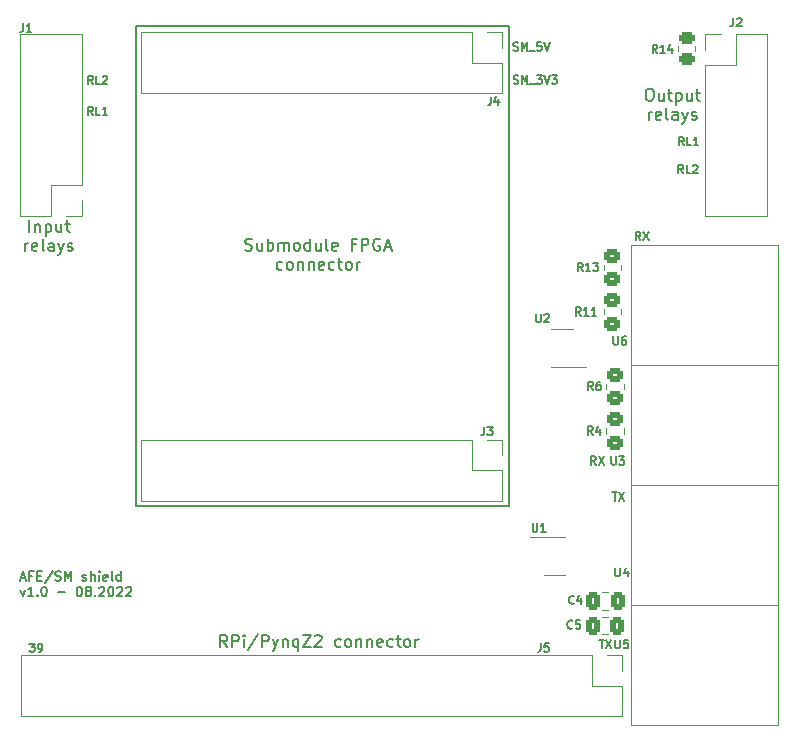
<source format=gto>
G04 #@! TF.GenerationSoftware,KiCad,Pcbnew,(6.0.6)*
G04 #@! TF.CreationDate,2022-08-29T09:38:23+02:00*
G04 #@! TF.ProjectId,afe-ep-shield,6166652d-6570-42d7-9368-69656c642e6b,rev?*
G04 #@! TF.SameCoordinates,Original*
G04 #@! TF.FileFunction,Legend,Top*
G04 #@! TF.FilePolarity,Positive*
%FSLAX46Y46*%
G04 Gerber Fmt 4.6, Leading zero omitted, Abs format (unit mm)*
G04 Created by KiCad (PCBNEW (6.0.6)) date 2022-08-29 09:38:23*
%MOMM*%
%LPD*%
G01*
G04 APERTURE LIST*
G04 Aperture macros list*
%AMRoundRect*
0 Rectangle with rounded corners*
0 $1 Rounding radius*
0 $2 $3 $4 $5 $6 $7 $8 $9 X,Y pos of 4 corners*
0 Add a 4 corners polygon primitive as box body*
4,1,4,$2,$3,$4,$5,$6,$7,$8,$9,$2,$3,0*
0 Add four circle primitives for the rounded corners*
1,1,$1+$1,$2,$3*
1,1,$1+$1,$4,$5*
1,1,$1+$1,$6,$7*
1,1,$1+$1,$8,$9*
0 Add four rect primitives between the rounded corners*
20,1,$1+$1,$2,$3,$4,$5,0*
20,1,$1+$1,$4,$5,$6,$7,0*
20,1,$1+$1,$6,$7,$8,$9,0*
20,1,$1+$1,$8,$9,$2,$3,0*%
G04 Aperture macros list end*
%ADD10C,0.150000*%
%ADD11C,0.120000*%
%ADD12RoundRect,0.250000X-0.450000X0.350000X-0.450000X-0.350000X0.450000X-0.350000X0.450000X0.350000X0*%
%ADD13C,1.515000*%
%ADD14R,1.560000X0.650000*%
%ADD15R,1.700000X1.700000*%
%ADD16O,1.700000X1.700000*%
%ADD17RoundRect,0.250000X-0.337500X-0.475000X0.337500X-0.475000X0.337500X0.475000X-0.337500X0.475000X0*%
%ADD18RoundRect,0.250000X0.450000X-0.262500X0.450000X0.262500X-0.450000X0.262500X-0.450000X-0.262500X0*%
G04 APERTURE END LIST*
D10*
X66884600Y-24345066D02*
X66651266Y-24011733D01*
X66484600Y-24345066D02*
X66484600Y-23645066D01*
X66751266Y-23645066D01*
X66817933Y-23678400D01*
X66851266Y-23711733D01*
X66884600Y-23778400D01*
X66884600Y-23878400D01*
X66851266Y-23945066D01*
X66817933Y-23978400D01*
X66751266Y-24011733D01*
X66484600Y-24011733D01*
X67517933Y-24345066D02*
X67184600Y-24345066D01*
X67184600Y-23645066D01*
X67717933Y-23711733D02*
X67751266Y-23678400D01*
X67817933Y-23645066D01*
X67984600Y-23645066D01*
X68051266Y-23678400D01*
X68084600Y-23711733D01*
X68117933Y-23778400D01*
X68117933Y-23845066D01*
X68084600Y-23945066D01*
X67684600Y-24345066D01*
X68117933Y-24345066D01*
X66884600Y-26961266D02*
X66651266Y-26627933D01*
X66484600Y-26961266D02*
X66484600Y-26261266D01*
X66751266Y-26261266D01*
X66817933Y-26294600D01*
X66851266Y-26327933D01*
X66884600Y-26394600D01*
X66884600Y-26494600D01*
X66851266Y-26561266D01*
X66817933Y-26594600D01*
X66751266Y-26627933D01*
X66484600Y-26627933D01*
X67517933Y-26961266D02*
X67184600Y-26961266D01*
X67184600Y-26261266D01*
X68117933Y-26961266D02*
X67717933Y-26961266D01*
X67917933Y-26961266D02*
X67917933Y-26261266D01*
X67851266Y-26361266D01*
X67784600Y-26427933D01*
X67717933Y-26461266D01*
X116846400Y-31888866D02*
X116613066Y-31555533D01*
X116446400Y-31888866D02*
X116446400Y-31188866D01*
X116713066Y-31188866D01*
X116779733Y-31222200D01*
X116813066Y-31255533D01*
X116846400Y-31322200D01*
X116846400Y-31422200D01*
X116813066Y-31488866D01*
X116779733Y-31522200D01*
X116713066Y-31555533D01*
X116446400Y-31555533D01*
X117479733Y-31888866D02*
X117146400Y-31888866D01*
X117146400Y-31188866D01*
X117679733Y-31255533D02*
X117713066Y-31222200D01*
X117779733Y-31188866D01*
X117946400Y-31188866D01*
X118013066Y-31222200D01*
X118046400Y-31255533D01*
X118079733Y-31322200D01*
X118079733Y-31388866D01*
X118046400Y-31488866D01*
X117646400Y-31888866D01*
X118079733Y-31888866D01*
X116922600Y-29526666D02*
X116689266Y-29193333D01*
X116522600Y-29526666D02*
X116522600Y-28826666D01*
X116789266Y-28826666D01*
X116855933Y-28860000D01*
X116889266Y-28893333D01*
X116922600Y-28960000D01*
X116922600Y-29060000D01*
X116889266Y-29126666D01*
X116855933Y-29160000D01*
X116789266Y-29193333D01*
X116522600Y-29193333D01*
X117555933Y-29526666D02*
X117222600Y-29526666D01*
X117222600Y-28826666D01*
X118155933Y-29526666D02*
X117755933Y-29526666D01*
X117955933Y-29526666D02*
X117955933Y-28826666D01*
X117889266Y-28926666D01*
X117822600Y-28993333D01*
X117755933Y-29026666D01*
X70535800Y-19422200D02*
X102082600Y-19422200D01*
X102082600Y-19422200D02*
X102082600Y-60087600D01*
X102082600Y-60087600D02*
X70535800Y-60087600D01*
X70535800Y-60087600D02*
X70535800Y-19422200D01*
X61510933Y-71701866D02*
X61944266Y-71701866D01*
X61710933Y-71968533D01*
X61810933Y-71968533D01*
X61877600Y-72001866D01*
X61910933Y-72035200D01*
X61944266Y-72101866D01*
X61944266Y-72268533D01*
X61910933Y-72335200D01*
X61877600Y-72368533D01*
X61810933Y-72401866D01*
X61610933Y-72401866D01*
X61544266Y-72368533D01*
X61510933Y-72335200D01*
X62277600Y-72401866D02*
X62410933Y-72401866D01*
X62477600Y-72368533D01*
X62510933Y-72335200D01*
X62577600Y-72235200D01*
X62610933Y-72101866D01*
X62610933Y-71835200D01*
X62577600Y-71768533D01*
X62544266Y-71735200D01*
X62477600Y-71701866D01*
X62344266Y-71701866D01*
X62277600Y-71735200D01*
X62244266Y-71768533D01*
X62210933Y-71835200D01*
X62210933Y-72001866D01*
X62244266Y-72068533D01*
X62277600Y-72101866D01*
X62344266Y-72135200D01*
X62477600Y-72135200D01*
X62544266Y-72101866D01*
X62577600Y-72068533D01*
X62610933Y-72001866D01*
X110845666Y-58900266D02*
X111245666Y-58900266D01*
X111045666Y-59600266D02*
X111045666Y-58900266D01*
X111412333Y-58900266D02*
X111879000Y-59600266D01*
X111879000Y-58900266D02*
X111412333Y-59600266D01*
X102487600Y-21466933D02*
X102587600Y-21500266D01*
X102754266Y-21500266D01*
X102820933Y-21466933D01*
X102854266Y-21433600D01*
X102887600Y-21366933D01*
X102887600Y-21300266D01*
X102854266Y-21233600D01*
X102820933Y-21200266D01*
X102754266Y-21166933D01*
X102620933Y-21133600D01*
X102554266Y-21100266D01*
X102520933Y-21066933D01*
X102487600Y-21000266D01*
X102487600Y-20933600D01*
X102520933Y-20866933D01*
X102554266Y-20833600D01*
X102620933Y-20800266D01*
X102787600Y-20800266D01*
X102887600Y-20833600D01*
X103187600Y-21500266D02*
X103187600Y-20800266D01*
X103420933Y-21300266D01*
X103654266Y-20800266D01*
X103654266Y-21500266D01*
X103820933Y-21566933D02*
X104354266Y-21566933D01*
X104854266Y-20800266D02*
X104520933Y-20800266D01*
X104487600Y-21133600D01*
X104520933Y-21100266D01*
X104587600Y-21066933D01*
X104754266Y-21066933D01*
X104820933Y-21100266D01*
X104854266Y-21133600D01*
X104887600Y-21200266D01*
X104887600Y-21366933D01*
X104854266Y-21433600D01*
X104820933Y-21466933D01*
X104754266Y-21500266D01*
X104587600Y-21500266D01*
X104520933Y-21466933D01*
X104487600Y-21433600D01*
X105087600Y-20800266D02*
X105320933Y-21500266D01*
X105554266Y-20800266D01*
X109753466Y-71397066D02*
X110153466Y-71397066D01*
X109953466Y-72097066D02*
X109953466Y-71397066D01*
X110320133Y-71397066D02*
X110786800Y-72097066D01*
X110786800Y-71397066D02*
X110320133Y-72097066D01*
X79785342Y-38385561D02*
X79928200Y-38433180D01*
X80166295Y-38433180D01*
X80261533Y-38385561D01*
X80309152Y-38337942D01*
X80356771Y-38242704D01*
X80356771Y-38147466D01*
X80309152Y-38052228D01*
X80261533Y-38004609D01*
X80166295Y-37956990D01*
X79975819Y-37909371D01*
X79880580Y-37861752D01*
X79832961Y-37814133D01*
X79785342Y-37718895D01*
X79785342Y-37623657D01*
X79832961Y-37528419D01*
X79880580Y-37480800D01*
X79975819Y-37433180D01*
X80213914Y-37433180D01*
X80356771Y-37480800D01*
X81213914Y-37766514D02*
X81213914Y-38433180D01*
X80785342Y-37766514D02*
X80785342Y-38290323D01*
X80832961Y-38385561D01*
X80928200Y-38433180D01*
X81071057Y-38433180D01*
X81166295Y-38385561D01*
X81213914Y-38337942D01*
X81690104Y-38433180D02*
X81690104Y-37433180D01*
X81690104Y-37814133D02*
X81785342Y-37766514D01*
X81975819Y-37766514D01*
X82071057Y-37814133D01*
X82118676Y-37861752D01*
X82166295Y-37956990D01*
X82166295Y-38242704D01*
X82118676Y-38337942D01*
X82071057Y-38385561D01*
X81975819Y-38433180D01*
X81785342Y-38433180D01*
X81690104Y-38385561D01*
X82594866Y-38433180D02*
X82594866Y-37766514D01*
X82594866Y-37861752D02*
X82642485Y-37814133D01*
X82737723Y-37766514D01*
X82880580Y-37766514D01*
X82975819Y-37814133D01*
X83023438Y-37909371D01*
X83023438Y-38433180D01*
X83023438Y-37909371D02*
X83071057Y-37814133D01*
X83166295Y-37766514D01*
X83309152Y-37766514D01*
X83404390Y-37814133D01*
X83452009Y-37909371D01*
X83452009Y-38433180D01*
X84071057Y-38433180D02*
X83975819Y-38385561D01*
X83928200Y-38337942D01*
X83880580Y-38242704D01*
X83880580Y-37956990D01*
X83928200Y-37861752D01*
X83975819Y-37814133D01*
X84071057Y-37766514D01*
X84213914Y-37766514D01*
X84309152Y-37814133D01*
X84356771Y-37861752D01*
X84404390Y-37956990D01*
X84404390Y-38242704D01*
X84356771Y-38337942D01*
X84309152Y-38385561D01*
X84213914Y-38433180D01*
X84071057Y-38433180D01*
X85261533Y-38433180D02*
X85261533Y-37433180D01*
X85261533Y-38385561D02*
X85166295Y-38433180D01*
X84975819Y-38433180D01*
X84880580Y-38385561D01*
X84832961Y-38337942D01*
X84785342Y-38242704D01*
X84785342Y-37956990D01*
X84832961Y-37861752D01*
X84880580Y-37814133D01*
X84975819Y-37766514D01*
X85166295Y-37766514D01*
X85261533Y-37814133D01*
X86166295Y-37766514D02*
X86166295Y-38433180D01*
X85737723Y-37766514D02*
X85737723Y-38290323D01*
X85785342Y-38385561D01*
X85880580Y-38433180D01*
X86023438Y-38433180D01*
X86118676Y-38385561D01*
X86166295Y-38337942D01*
X86785342Y-38433180D02*
X86690104Y-38385561D01*
X86642485Y-38290323D01*
X86642485Y-37433180D01*
X87547247Y-38385561D02*
X87452009Y-38433180D01*
X87261533Y-38433180D01*
X87166295Y-38385561D01*
X87118676Y-38290323D01*
X87118676Y-37909371D01*
X87166295Y-37814133D01*
X87261533Y-37766514D01*
X87452009Y-37766514D01*
X87547247Y-37814133D01*
X87594866Y-37909371D01*
X87594866Y-38004609D01*
X87118676Y-38099847D01*
X89118676Y-37909371D02*
X88785342Y-37909371D01*
X88785342Y-38433180D02*
X88785342Y-37433180D01*
X89261533Y-37433180D01*
X89642485Y-38433180D02*
X89642485Y-37433180D01*
X90023438Y-37433180D01*
X90118676Y-37480800D01*
X90166295Y-37528419D01*
X90213914Y-37623657D01*
X90213914Y-37766514D01*
X90166295Y-37861752D01*
X90118676Y-37909371D01*
X90023438Y-37956990D01*
X89642485Y-37956990D01*
X91166295Y-37480800D02*
X91071057Y-37433180D01*
X90928200Y-37433180D01*
X90785342Y-37480800D01*
X90690104Y-37576038D01*
X90642485Y-37671276D01*
X90594866Y-37861752D01*
X90594866Y-38004609D01*
X90642485Y-38195085D01*
X90690104Y-38290323D01*
X90785342Y-38385561D01*
X90928200Y-38433180D01*
X91023438Y-38433180D01*
X91166295Y-38385561D01*
X91213914Y-38337942D01*
X91213914Y-38004609D01*
X91023438Y-38004609D01*
X91594866Y-38147466D02*
X92071057Y-38147466D01*
X91499628Y-38433180D02*
X91832961Y-37433180D01*
X92166295Y-38433180D01*
X82904390Y-39995561D02*
X82809152Y-40043180D01*
X82618676Y-40043180D01*
X82523438Y-39995561D01*
X82475819Y-39947942D01*
X82428200Y-39852704D01*
X82428200Y-39566990D01*
X82475819Y-39471752D01*
X82523438Y-39424133D01*
X82618676Y-39376514D01*
X82809152Y-39376514D01*
X82904390Y-39424133D01*
X83475819Y-40043180D02*
X83380580Y-39995561D01*
X83332961Y-39947942D01*
X83285342Y-39852704D01*
X83285342Y-39566990D01*
X83332961Y-39471752D01*
X83380580Y-39424133D01*
X83475819Y-39376514D01*
X83618676Y-39376514D01*
X83713914Y-39424133D01*
X83761533Y-39471752D01*
X83809152Y-39566990D01*
X83809152Y-39852704D01*
X83761533Y-39947942D01*
X83713914Y-39995561D01*
X83618676Y-40043180D01*
X83475819Y-40043180D01*
X84237723Y-39376514D02*
X84237723Y-40043180D01*
X84237723Y-39471752D02*
X84285342Y-39424133D01*
X84380580Y-39376514D01*
X84523438Y-39376514D01*
X84618676Y-39424133D01*
X84666295Y-39519371D01*
X84666295Y-40043180D01*
X85142485Y-39376514D02*
X85142485Y-40043180D01*
X85142485Y-39471752D02*
X85190104Y-39424133D01*
X85285342Y-39376514D01*
X85428200Y-39376514D01*
X85523438Y-39424133D01*
X85571057Y-39519371D01*
X85571057Y-40043180D01*
X86428200Y-39995561D02*
X86332961Y-40043180D01*
X86142485Y-40043180D01*
X86047247Y-39995561D01*
X85999628Y-39900323D01*
X85999628Y-39519371D01*
X86047247Y-39424133D01*
X86142485Y-39376514D01*
X86332961Y-39376514D01*
X86428200Y-39424133D01*
X86475819Y-39519371D01*
X86475819Y-39614609D01*
X85999628Y-39709847D01*
X87332961Y-39995561D02*
X87237723Y-40043180D01*
X87047247Y-40043180D01*
X86952009Y-39995561D01*
X86904390Y-39947942D01*
X86856771Y-39852704D01*
X86856771Y-39566990D01*
X86904390Y-39471752D01*
X86952009Y-39424133D01*
X87047247Y-39376514D01*
X87237723Y-39376514D01*
X87332961Y-39424133D01*
X87618676Y-39376514D02*
X87999628Y-39376514D01*
X87761533Y-39043180D02*
X87761533Y-39900323D01*
X87809152Y-39995561D01*
X87904390Y-40043180D01*
X87999628Y-40043180D01*
X88475819Y-40043180D02*
X88380580Y-39995561D01*
X88332961Y-39947942D01*
X88285342Y-39852704D01*
X88285342Y-39566990D01*
X88332961Y-39471752D01*
X88380580Y-39424133D01*
X88475819Y-39376514D01*
X88618676Y-39376514D01*
X88713914Y-39424133D01*
X88761533Y-39471752D01*
X88809152Y-39566990D01*
X88809152Y-39852704D01*
X88761533Y-39947942D01*
X88713914Y-39995561D01*
X88618676Y-40043180D01*
X88475819Y-40043180D01*
X89237723Y-40043180D02*
X89237723Y-39376514D01*
X89237723Y-39566990D02*
X89285342Y-39471752D01*
X89332961Y-39424133D01*
X89428200Y-39376514D01*
X89523438Y-39376514D01*
X61501542Y-36858380D02*
X61501542Y-35858380D01*
X61977733Y-36191714D02*
X61977733Y-36858380D01*
X61977733Y-36286952D02*
X62025352Y-36239333D01*
X62120590Y-36191714D01*
X62263447Y-36191714D01*
X62358685Y-36239333D01*
X62406304Y-36334571D01*
X62406304Y-36858380D01*
X62882495Y-36191714D02*
X62882495Y-37191714D01*
X62882495Y-36239333D02*
X62977733Y-36191714D01*
X63168209Y-36191714D01*
X63263447Y-36239333D01*
X63311066Y-36286952D01*
X63358685Y-36382190D01*
X63358685Y-36667904D01*
X63311066Y-36763142D01*
X63263447Y-36810761D01*
X63168209Y-36858380D01*
X62977733Y-36858380D01*
X62882495Y-36810761D01*
X64215828Y-36191714D02*
X64215828Y-36858380D01*
X63787257Y-36191714D02*
X63787257Y-36715523D01*
X63834876Y-36810761D01*
X63930114Y-36858380D01*
X64072971Y-36858380D01*
X64168209Y-36810761D01*
X64215828Y-36763142D01*
X64549161Y-36191714D02*
X64930114Y-36191714D01*
X64692019Y-35858380D02*
X64692019Y-36715523D01*
X64739638Y-36810761D01*
X64834876Y-36858380D01*
X64930114Y-36858380D01*
X61144400Y-38468380D02*
X61144400Y-37801714D01*
X61144400Y-37992190D02*
X61192019Y-37896952D01*
X61239638Y-37849333D01*
X61334876Y-37801714D01*
X61430114Y-37801714D01*
X62144400Y-38420761D02*
X62049161Y-38468380D01*
X61858685Y-38468380D01*
X61763447Y-38420761D01*
X61715828Y-38325523D01*
X61715828Y-37944571D01*
X61763447Y-37849333D01*
X61858685Y-37801714D01*
X62049161Y-37801714D01*
X62144400Y-37849333D01*
X62192019Y-37944571D01*
X62192019Y-38039809D01*
X61715828Y-38135047D01*
X62763447Y-38468380D02*
X62668209Y-38420761D01*
X62620590Y-38325523D01*
X62620590Y-37468380D01*
X63572971Y-38468380D02*
X63572971Y-37944571D01*
X63525352Y-37849333D01*
X63430114Y-37801714D01*
X63239638Y-37801714D01*
X63144400Y-37849333D01*
X63572971Y-38420761D02*
X63477733Y-38468380D01*
X63239638Y-38468380D01*
X63144400Y-38420761D01*
X63096780Y-38325523D01*
X63096780Y-38230285D01*
X63144400Y-38135047D01*
X63239638Y-38087428D01*
X63477733Y-38087428D01*
X63572971Y-38039809D01*
X63953923Y-37801714D02*
X64192019Y-38468380D01*
X64430114Y-37801714D02*
X64192019Y-38468380D01*
X64096780Y-38706476D01*
X64049161Y-38754095D01*
X63953923Y-38801714D01*
X64763447Y-38420761D02*
X64858685Y-38468380D01*
X65049161Y-38468380D01*
X65144400Y-38420761D01*
X65192019Y-38325523D01*
X65192019Y-38277904D01*
X65144400Y-38182666D01*
X65049161Y-38135047D01*
X64906304Y-38135047D01*
X64811066Y-38087428D01*
X64763447Y-37992190D01*
X64763447Y-37944571D01*
X64811066Y-37849333D01*
X64906304Y-37801714D01*
X65049161Y-37801714D01*
X65144400Y-37849333D01*
X113243533Y-37527666D02*
X113010200Y-37194333D01*
X112843533Y-37527666D02*
X112843533Y-36827666D01*
X113110200Y-36827666D01*
X113176866Y-36861000D01*
X113210200Y-36894333D01*
X113243533Y-36961000D01*
X113243533Y-37061000D01*
X113210200Y-37127666D01*
X113176866Y-37161000D01*
X113110200Y-37194333D01*
X112843533Y-37194333D01*
X113476866Y-36827666D02*
X113943533Y-37527666D01*
X113943533Y-36827666D02*
X113476866Y-37527666D01*
X60778080Y-66164333D02*
X61159033Y-66164333D01*
X60701890Y-66392904D02*
X60968557Y-65592904D01*
X61235223Y-66392904D01*
X61768557Y-65973857D02*
X61501890Y-65973857D01*
X61501890Y-66392904D02*
X61501890Y-65592904D01*
X61882842Y-65592904D01*
X62187604Y-65973857D02*
X62454271Y-65973857D01*
X62568557Y-66392904D02*
X62187604Y-66392904D01*
X62187604Y-65592904D01*
X62568557Y-65592904D01*
X63482842Y-65554809D02*
X62797128Y-66583380D01*
X63711414Y-66354809D02*
X63825700Y-66392904D01*
X64016176Y-66392904D01*
X64092366Y-66354809D01*
X64130461Y-66316714D01*
X64168557Y-66240523D01*
X64168557Y-66164333D01*
X64130461Y-66088142D01*
X64092366Y-66050047D01*
X64016176Y-66011952D01*
X63863795Y-65973857D01*
X63787604Y-65935761D01*
X63749509Y-65897666D01*
X63711414Y-65821476D01*
X63711414Y-65745285D01*
X63749509Y-65669095D01*
X63787604Y-65631000D01*
X63863795Y-65592904D01*
X64054271Y-65592904D01*
X64168557Y-65631000D01*
X64511414Y-66392904D02*
X64511414Y-65592904D01*
X64778080Y-66164333D01*
X65044747Y-65592904D01*
X65044747Y-66392904D01*
X65997128Y-66354809D02*
X66073319Y-66392904D01*
X66225700Y-66392904D01*
X66301890Y-66354809D01*
X66339985Y-66278619D01*
X66339985Y-66240523D01*
X66301890Y-66164333D01*
X66225700Y-66126238D01*
X66111414Y-66126238D01*
X66035223Y-66088142D01*
X65997128Y-66011952D01*
X65997128Y-65973857D01*
X66035223Y-65897666D01*
X66111414Y-65859571D01*
X66225700Y-65859571D01*
X66301890Y-65897666D01*
X66682842Y-66392904D02*
X66682842Y-65592904D01*
X67025700Y-66392904D02*
X67025700Y-65973857D01*
X66987604Y-65897666D01*
X66911414Y-65859571D01*
X66797128Y-65859571D01*
X66720938Y-65897666D01*
X66682842Y-65935761D01*
X67406652Y-66392904D02*
X67406652Y-65859571D01*
X67406652Y-65592904D02*
X67368557Y-65631000D01*
X67406652Y-65669095D01*
X67444747Y-65631000D01*
X67406652Y-65592904D01*
X67406652Y-65669095D01*
X68092366Y-66354809D02*
X68016176Y-66392904D01*
X67863795Y-66392904D01*
X67787604Y-66354809D01*
X67749509Y-66278619D01*
X67749509Y-65973857D01*
X67787604Y-65897666D01*
X67863795Y-65859571D01*
X68016176Y-65859571D01*
X68092366Y-65897666D01*
X68130461Y-65973857D01*
X68130461Y-66050047D01*
X67749509Y-66126238D01*
X68587604Y-66392904D02*
X68511414Y-66354809D01*
X68473319Y-66278619D01*
X68473319Y-65592904D01*
X69235223Y-66392904D02*
X69235223Y-65592904D01*
X69235223Y-66354809D02*
X69159033Y-66392904D01*
X69006652Y-66392904D01*
X68930461Y-66354809D01*
X68892366Y-66316714D01*
X68854271Y-66240523D01*
X68854271Y-66011952D01*
X68892366Y-65935761D01*
X68930461Y-65897666D01*
X69006652Y-65859571D01*
X69159033Y-65859571D01*
X69235223Y-65897666D01*
X60739985Y-67147571D02*
X60930461Y-67680904D01*
X61120938Y-67147571D01*
X61844747Y-67680904D02*
X61387604Y-67680904D01*
X61616176Y-67680904D02*
X61616176Y-66880904D01*
X61539985Y-66995190D01*
X61463795Y-67071380D01*
X61387604Y-67109476D01*
X62187604Y-67604714D02*
X62225700Y-67642809D01*
X62187604Y-67680904D01*
X62149509Y-67642809D01*
X62187604Y-67604714D01*
X62187604Y-67680904D01*
X62720938Y-66880904D02*
X62797128Y-66880904D01*
X62873319Y-66919000D01*
X62911414Y-66957095D01*
X62949509Y-67033285D01*
X62987604Y-67185666D01*
X62987604Y-67376142D01*
X62949509Y-67528523D01*
X62911414Y-67604714D01*
X62873319Y-67642809D01*
X62797128Y-67680904D01*
X62720938Y-67680904D01*
X62644747Y-67642809D01*
X62606652Y-67604714D01*
X62568557Y-67528523D01*
X62530461Y-67376142D01*
X62530461Y-67185666D01*
X62568557Y-67033285D01*
X62606652Y-66957095D01*
X62644747Y-66919000D01*
X62720938Y-66880904D01*
X63939985Y-67376142D02*
X64549509Y-67376142D01*
X65692366Y-66880904D02*
X65768557Y-66880904D01*
X65844747Y-66919000D01*
X65882842Y-66957095D01*
X65920938Y-67033285D01*
X65959033Y-67185666D01*
X65959033Y-67376142D01*
X65920938Y-67528523D01*
X65882842Y-67604714D01*
X65844747Y-67642809D01*
X65768557Y-67680904D01*
X65692366Y-67680904D01*
X65616176Y-67642809D01*
X65578080Y-67604714D01*
X65539985Y-67528523D01*
X65501890Y-67376142D01*
X65501890Y-67185666D01*
X65539985Y-67033285D01*
X65578080Y-66957095D01*
X65616176Y-66919000D01*
X65692366Y-66880904D01*
X66416176Y-67223761D02*
X66339985Y-67185666D01*
X66301890Y-67147571D01*
X66263795Y-67071380D01*
X66263795Y-67033285D01*
X66301890Y-66957095D01*
X66339985Y-66919000D01*
X66416176Y-66880904D01*
X66568557Y-66880904D01*
X66644747Y-66919000D01*
X66682842Y-66957095D01*
X66720938Y-67033285D01*
X66720938Y-67071380D01*
X66682842Y-67147571D01*
X66644747Y-67185666D01*
X66568557Y-67223761D01*
X66416176Y-67223761D01*
X66339985Y-67261857D01*
X66301890Y-67299952D01*
X66263795Y-67376142D01*
X66263795Y-67528523D01*
X66301890Y-67604714D01*
X66339985Y-67642809D01*
X66416176Y-67680904D01*
X66568557Y-67680904D01*
X66644747Y-67642809D01*
X66682842Y-67604714D01*
X66720938Y-67528523D01*
X66720938Y-67376142D01*
X66682842Y-67299952D01*
X66644747Y-67261857D01*
X66568557Y-67223761D01*
X67063795Y-67604714D02*
X67101890Y-67642809D01*
X67063795Y-67680904D01*
X67025700Y-67642809D01*
X67063795Y-67604714D01*
X67063795Y-67680904D01*
X67406652Y-66957095D02*
X67444747Y-66919000D01*
X67520938Y-66880904D01*
X67711414Y-66880904D01*
X67787604Y-66919000D01*
X67825700Y-66957095D01*
X67863795Y-67033285D01*
X67863795Y-67109476D01*
X67825700Y-67223761D01*
X67368557Y-67680904D01*
X67863795Y-67680904D01*
X68359033Y-66880904D02*
X68435223Y-66880904D01*
X68511414Y-66919000D01*
X68549509Y-66957095D01*
X68587604Y-67033285D01*
X68625700Y-67185666D01*
X68625700Y-67376142D01*
X68587604Y-67528523D01*
X68549509Y-67604714D01*
X68511414Y-67642809D01*
X68435223Y-67680904D01*
X68359033Y-67680904D01*
X68282842Y-67642809D01*
X68244747Y-67604714D01*
X68206652Y-67528523D01*
X68168557Y-67376142D01*
X68168557Y-67185666D01*
X68206652Y-67033285D01*
X68244747Y-66957095D01*
X68282842Y-66919000D01*
X68359033Y-66880904D01*
X68930461Y-66957095D02*
X68968557Y-66919000D01*
X69044747Y-66880904D01*
X69235223Y-66880904D01*
X69311414Y-66919000D01*
X69349509Y-66957095D01*
X69387604Y-67033285D01*
X69387604Y-67109476D01*
X69349509Y-67223761D01*
X68892366Y-67680904D01*
X69387604Y-67680904D01*
X69692366Y-66957095D02*
X69730461Y-66919000D01*
X69806652Y-66880904D01*
X69997128Y-66880904D01*
X70073319Y-66919000D01*
X70111414Y-66957095D01*
X70149509Y-67033285D01*
X70149509Y-67109476D01*
X70111414Y-67223761D01*
X69654271Y-67680904D01*
X70149509Y-67680904D01*
X113927190Y-24733180D02*
X114117666Y-24733180D01*
X114212904Y-24780800D01*
X114308142Y-24876038D01*
X114355761Y-25066514D01*
X114355761Y-25399847D01*
X114308142Y-25590323D01*
X114212904Y-25685561D01*
X114117666Y-25733180D01*
X113927190Y-25733180D01*
X113831952Y-25685561D01*
X113736714Y-25590323D01*
X113689095Y-25399847D01*
X113689095Y-25066514D01*
X113736714Y-24876038D01*
X113831952Y-24780800D01*
X113927190Y-24733180D01*
X115212904Y-25066514D02*
X115212904Y-25733180D01*
X114784333Y-25066514D02*
X114784333Y-25590323D01*
X114831952Y-25685561D01*
X114927190Y-25733180D01*
X115070047Y-25733180D01*
X115165285Y-25685561D01*
X115212904Y-25637942D01*
X115546238Y-25066514D02*
X115927190Y-25066514D01*
X115689095Y-24733180D02*
X115689095Y-25590323D01*
X115736714Y-25685561D01*
X115831952Y-25733180D01*
X115927190Y-25733180D01*
X116260523Y-25066514D02*
X116260523Y-26066514D01*
X116260523Y-25114133D02*
X116355761Y-25066514D01*
X116546238Y-25066514D01*
X116641476Y-25114133D01*
X116689095Y-25161752D01*
X116736714Y-25256990D01*
X116736714Y-25542704D01*
X116689095Y-25637942D01*
X116641476Y-25685561D01*
X116546238Y-25733180D01*
X116355761Y-25733180D01*
X116260523Y-25685561D01*
X117593857Y-25066514D02*
X117593857Y-25733180D01*
X117165285Y-25066514D02*
X117165285Y-25590323D01*
X117212904Y-25685561D01*
X117308142Y-25733180D01*
X117451000Y-25733180D01*
X117546238Y-25685561D01*
X117593857Y-25637942D01*
X117927190Y-25066514D02*
X118308142Y-25066514D01*
X118070047Y-24733180D02*
X118070047Y-25590323D01*
X118117666Y-25685561D01*
X118212904Y-25733180D01*
X118308142Y-25733180D01*
X113951000Y-27343180D02*
X113951000Y-26676514D01*
X113951000Y-26866990D02*
X113998619Y-26771752D01*
X114046238Y-26724133D01*
X114141476Y-26676514D01*
X114236714Y-26676514D01*
X114951000Y-27295561D02*
X114855761Y-27343180D01*
X114665285Y-27343180D01*
X114570047Y-27295561D01*
X114522428Y-27200323D01*
X114522428Y-26819371D01*
X114570047Y-26724133D01*
X114665285Y-26676514D01*
X114855761Y-26676514D01*
X114951000Y-26724133D01*
X114998619Y-26819371D01*
X114998619Y-26914609D01*
X114522428Y-27009847D01*
X115570047Y-27343180D02*
X115474809Y-27295561D01*
X115427190Y-27200323D01*
X115427190Y-26343180D01*
X116379571Y-27343180D02*
X116379571Y-26819371D01*
X116331952Y-26724133D01*
X116236714Y-26676514D01*
X116046238Y-26676514D01*
X115951000Y-26724133D01*
X116379571Y-27295561D02*
X116284333Y-27343180D01*
X116046238Y-27343180D01*
X115951000Y-27295561D01*
X115903380Y-27200323D01*
X115903380Y-27105085D01*
X115951000Y-27009847D01*
X116046238Y-26962228D01*
X116284333Y-26962228D01*
X116379571Y-26914609D01*
X116760523Y-26676514D02*
X116998619Y-27343180D01*
X117236714Y-26676514D02*
X116998619Y-27343180D01*
X116903380Y-27581276D01*
X116855761Y-27628895D01*
X116760523Y-27676514D01*
X117570047Y-27295561D02*
X117665285Y-27343180D01*
X117855761Y-27343180D01*
X117951000Y-27295561D01*
X117998619Y-27200323D01*
X117998619Y-27152704D01*
X117951000Y-27057466D01*
X117855761Y-27009847D01*
X117712904Y-27009847D01*
X117617666Y-26962228D01*
X117570047Y-26866990D01*
X117570047Y-26819371D01*
X117617666Y-26724133D01*
X117712904Y-26676514D01*
X117855761Y-26676514D01*
X117951000Y-26724133D01*
X102509866Y-24260933D02*
X102609866Y-24294266D01*
X102776533Y-24294266D01*
X102843200Y-24260933D01*
X102876533Y-24227600D01*
X102909866Y-24160933D01*
X102909866Y-24094266D01*
X102876533Y-24027600D01*
X102843200Y-23994266D01*
X102776533Y-23960933D01*
X102643200Y-23927600D01*
X102576533Y-23894266D01*
X102543200Y-23860933D01*
X102509866Y-23794266D01*
X102509866Y-23727600D01*
X102543200Y-23660933D01*
X102576533Y-23627600D01*
X102643200Y-23594266D01*
X102809866Y-23594266D01*
X102909866Y-23627600D01*
X103209866Y-24294266D02*
X103209866Y-23594266D01*
X103443200Y-24094266D01*
X103676533Y-23594266D01*
X103676533Y-24294266D01*
X103843200Y-24360933D02*
X104376533Y-24360933D01*
X104476533Y-23594266D02*
X104909866Y-23594266D01*
X104676533Y-23860933D01*
X104776533Y-23860933D01*
X104843200Y-23894266D01*
X104876533Y-23927600D01*
X104909866Y-23994266D01*
X104909866Y-24160933D01*
X104876533Y-24227600D01*
X104843200Y-24260933D01*
X104776533Y-24294266D01*
X104576533Y-24294266D01*
X104509866Y-24260933D01*
X104476533Y-24227600D01*
X105109866Y-23594266D02*
X105343200Y-24294266D01*
X105576533Y-23594266D01*
X105743200Y-23594266D02*
X106176533Y-23594266D01*
X105943200Y-23860933D01*
X106043200Y-23860933D01*
X106109866Y-23894266D01*
X106143200Y-23927600D01*
X106176533Y-23994266D01*
X106176533Y-24160933D01*
X106143200Y-24227600D01*
X106109866Y-24260933D01*
X106043200Y-24294266D01*
X105843200Y-24294266D01*
X105776533Y-24260933D01*
X105743200Y-24227600D01*
X78242495Y-71978780D02*
X77909161Y-71502590D01*
X77671066Y-71978780D02*
X77671066Y-70978780D01*
X78052019Y-70978780D01*
X78147257Y-71026400D01*
X78194876Y-71074019D01*
X78242495Y-71169257D01*
X78242495Y-71312114D01*
X78194876Y-71407352D01*
X78147257Y-71454971D01*
X78052019Y-71502590D01*
X77671066Y-71502590D01*
X78671066Y-71978780D02*
X78671066Y-70978780D01*
X79052019Y-70978780D01*
X79147257Y-71026400D01*
X79194876Y-71074019D01*
X79242495Y-71169257D01*
X79242495Y-71312114D01*
X79194876Y-71407352D01*
X79147257Y-71454971D01*
X79052019Y-71502590D01*
X78671066Y-71502590D01*
X79671066Y-71978780D02*
X79671066Y-71312114D01*
X79671066Y-70978780D02*
X79623447Y-71026400D01*
X79671066Y-71074019D01*
X79718685Y-71026400D01*
X79671066Y-70978780D01*
X79671066Y-71074019D01*
X80861542Y-70931161D02*
X80004400Y-72216876D01*
X81194876Y-71978780D02*
X81194876Y-70978780D01*
X81575828Y-70978780D01*
X81671066Y-71026400D01*
X81718685Y-71074019D01*
X81766304Y-71169257D01*
X81766304Y-71312114D01*
X81718685Y-71407352D01*
X81671066Y-71454971D01*
X81575828Y-71502590D01*
X81194876Y-71502590D01*
X82099638Y-71312114D02*
X82337733Y-71978780D01*
X82575828Y-71312114D02*
X82337733Y-71978780D01*
X82242495Y-72216876D01*
X82194876Y-72264495D01*
X82099638Y-72312114D01*
X82956780Y-71312114D02*
X82956780Y-71978780D01*
X82956780Y-71407352D02*
X83004400Y-71359733D01*
X83099638Y-71312114D01*
X83242495Y-71312114D01*
X83337733Y-71359733D01*
X83385352Y-71454971D01*
X83385352Y-71978780D01*
X84290114Y-71312114D02*
X84290114Y-72312114D01*
X84290114Y-71931161D02*
X84194876Y-71978780D01*
X84004400Y-71978780D01*
X83909161Y-71931161D01*
X83861542Y-71883542D01*
X83813923Y-71788304D01*
X83813923Y-71502590D01*
X83861542Y-71407352D01*
X83909161Y-71359733D01*
X84004400Y-71312114D01*
X84194876Y-71312114D01*
X84290114Y-71359733D01*
X84671066Y-70978780D02*
X85337733Y-70978780D01*
X84671066Y-71978780D01*
X85337733Y-71978780D01*
X85671066Y-71074019D02*
X85718685Y-71026400D01*
X85813923Y-70978780D01*
X86052019Y-70978780D01*
X86147257Y-71026400D01*
X86194876Y-71074019D01*
X86242495Y-71169257D01*
X86242495Y-71264495D01*
X86194876Y-71407352D01*
X85623447Y-71978780D01*
X86242495Y-71978780D01*
X87861542Y-71931161D02*
X87766304Y-71978780D01*
X87575828Y-71978780D01*
X87480590Y-71931161D01*
X87432971Y-71883542D01*
X87385352Y-71788304D01*
X87385352Y-71502590D01*
X87432971Y-71407352D01*
X87480590Y-71359733D01*
X87575828Y-71312114D01*
X87766304Y-71312114D01*
X87861542Y-71359733D01*
X88432971Y-71978780D02*
X88337733Y-71931161D01*
X88290114Y-71883542D01*
X88242495Y-71788304D01*
X88242495Y-71502590D01*
X88290114Y-71407352D01*
X88337733Y-71359733D01*
X88432971Y-71312114D01*
X88575828Y-71312114D01*
X88671066Y-71359733D01*
X88718685Y-71407352D01*
X88766304Y-71502590D01*
X88766304Y-71788304D01*
X88718685Y-71883542D01*
X88671066Y-71931161D01*
X88575828Y-71978780D01*
X88432971Y-71978780D01*
X89194876Y-71312114D02*
X89194876Y-71978780D01*
X89194876Y-71407352D02*
X89242495Y-71359733D01*
X89337733Y-71312114D01*
X89480590Y-71312114D01*
X89575828Y-71359733D01*
X89623447Y-71454971D01*
X89623447Y-71978780D01*
X90099638Y-71312114D02*
X90099638Y-71978780D01*
X90099638Y-71407352D02*
X90147257Y-71359733D01*
X90242495Y-71312114D01*
X90385352Y-71312114D01*
X90480590Y-71359733D01*
X90528209Y-71454971D01*
X90528209Y-71978780D01*
X91385352Y-71931161D02*
X91290114Y-71978780D01*
X91099638Y-71978780D01*
X91004400Y-71931161D01*
X90956780Y-71835923D01*
X90956780Y-71454971D01*
X91004400Y-71359733D01*
X91099638Y-71312114D01*
X91290114Y-71312114D01*
X91385352Y-71359733D01*
X91432971Y-71454971D01*
X91432971Y-71550209D01*
X90956780Y-71645447D01*
X92290114Y-71931161D02*
X92194876Y-71978780D01*
X92004400Y-71978780D01*
X91909161Y-71931161D01*
X91861542Y-71883542D01*
X91813923Y-71788304D01*
X91813923Y-71502590D01*
X91861542Y-71407352D01*
X91909161Y-71359733D01*
X92004400Y-71312114D01*
X92194876Y-71312114D01*
X92290114Y-71359733D01*
X92575828Y-71312114D02*
X92956780Y-71312114D01*
X92718685Y-70978780D02*
X92718685Y-71835923D01*
X92766304Y-71931161D01*
X92861542Y-71978780D01*
X92956780Y-71978780D01*
X93432971Y-71978780D02*
X93337733Y-71931161D01*
X93290114Y-71883542D01*
X93242495Y-71788304D01*
X93242495Y-71502590D01*
X93290114Y-71407352D01*
X93337733Y-71359733D01*
X93432971Y-71312114D01*
X93575828Y-71312114D01*
X93671066Y-71359733D01*
X93718685Y-71407352D01*
X93766304Y-71502590D01*
X93766304Y-71788304D01*
X93718685Y-71883542D01*
X93671066Y-71931161D01*
X93575828Y-71978780D01*
X93432971Y-71978780D01*
X94194876Y-71978780D02*
X94194876Y-71312114D01*
X94194876Y-71502590D02*
X94242495Y-71407352D01*
X94290114Y-71359733D01*
X94385352Y-71312114D01*
X94480590Y-71312114D01*
X109458933Y-56552266D02*
X109225600Y-56218933D01*
X109058933Y-56552266D02*
X109058933Y-55852266D01*
X109325600Y-55852266D01*
X109392266Y-55885600D01*
X109425600Y-55918933D01*
X109458933Y-55985600D01*
X109458933Y-56085600D01*
X109425600Y-56152266D01*
X109392266Y-56185600D01*
X109325600Y-56218933D01*
X109058933Y-56218933D01*
X109692266Y-55852266D02*
X110158933Y-56552266D01*
X110158933Y-55852266D02*
X109692266Y-56552266D01*
X108338200Y-40169266D02*
X108104866Y-39835933D01*
X107938200Y-40169266D02*
X107938200Y-39469266D01*
X108204866Y-39469266D01*
X108271533Y-39502600D01*
X108304866Y-39535933D01*
X108338200Y-39602600D01*
X108338200Y-39702600D01*
X108304866Y-39769266D01*
X108271533Y-39802600D01*
X108204866Y-39835933D01*
X107938200Y-39835933D01*
X109004866Y-40169266D02*
X108604866Y-40169266D01*
X108804866Y-40169266D02*
X108804866Y-39469266D01*
X108738200Y-39569266D01*
X108671533Y-39635933D01*
X108604866Y-39669266D01*
X109238200Y-39469266D02*
X109671533Y-39469266D01*
X109438200Y-39735933D01*
X109538200Y-39735933D01*
X109604866Y-39769266D01*
X109638200Y-39802600D01*
X109671533Y-39869266D01*
X109671533Y-40035933D01*
X109638200Y-40102600D01*
X109604866Y-40135933D01*
X109538200Y-40169266D01*
X109338200Y-40169266D01*
X109271533Y-40135933D01*
X109238200Y-40102600D01*
X110947266Y-45692266D02*
X110947266Y-46258933D01*
X110980600Y-46325600D01*
X111013933Y-46358933D01*
X111080600Y-46392266D01*
X111213933Y-46392266D01*
X111280600Y-46358933D01*
X111313933Y-46325600D01*
X111347266Y-46258933D01*
X111347266Y-45692266D01*
X111980600Y-45692266D02*
X111847266Y-45692266D01*
X111780600Y-45725600D01*
X111747266Y-45758933D01*
X111680600Y-45858933D01*
X111647266Y-45992266D01*
X111647266Y-46258933D01*
X111680600Y-46325600D01*
X111713933Y-46358933D01*
X111780600Y-46392266D01*
X111913933Y-46392266D01*
X111980600Y-46358933D01*
X112013933Y-46325600D01*
X112047266Y-46258933D01*
X112047266Y-46092266D01*
X112013933Y-46025600D01*
X111980600Y-45992266D01*
X111913933Y-45958933D01*
X111780600Y-45958933D01*
X111713933Y-45992266D01*
X111680600Y-46025600D01*
X111647266Y-46092266D01*
X111125066Y-71397066D02*
X111125066Y-71963733D01*
X111158400Y-72030400D01*
X111191733Y-72063733D01*
X111258400Y-72097066D01*
X111391733Y-72097066D01*
X111458400Y-72063733D01*
X111491733Y-72030400D01*
X111525066Y-71963733D01*
X111525066Y-71397066D01*
X112191733Y-71397066D02*
X111858400Y-71397066D01*
X111825066Y-71730400D01*
X111858400Y-71697066D01*
X111925066Y-71663733D01*
X112091733Y-71663733D01*
X112158400Y-71697066D01*
X112191733Y-71730400D01*
X112225066Y-71797066D01*
X112225066Y-71963733D01*
X112191733Y-72030400D01*
X112158400Y-72063733D01*
X112091733Y-72097066D01*
X111925066Y-72097066D01*
X111858400Y-72063733D01*
X111825066Y-72030400D01*
X111125066Y-65301066D02*
X111125066Y-65867733D01*
X111158400Y-65934400D01*
X111191733Y-65967733D01*
X111258400Y-66001066D01*
X111391733Y-66001066D01*
X111458400Y-65967733D01*
X111491733Y-65934400D01*
X111525066Y-65867733D01*
X111525066Y-65301066D01*
X112158400Y-65534400D02*
X112158400Y-66001066D01*
X111991733Y-65267733D02*
X111825066Y-65767733D01*
X112258400Y-65767733D01*
X109204933Y-54012266D02*
X108971600Y-53678933D01*
X108804933Y-54012266D02*
X108804933Y-53312266D01*
X109071600Y-53312266D01*
X109138266Y-53345600D01*
X109171600Y-53378933D01*
X109204933Y-53445600D01*
X109204933Y-53545600D01*
X109171600Y-53612266D01*
X109138266Y-53645600D01*
X109071600Y-53678933D01*
X108804933Y-53678933D01*
X109804933Y-53545600D02*
X109804933Y-54012266D01*
X109638266Y-53278933D02*
X109471600Y-53778933D01*
X109904933Y-53778933D01*
X104114666Y-61516466D02*
X104114666Y-62083133D01*
X104148000Y-62149800D01*
X104181333Y-62183133D01*
X104248000Y-62216466D01*
X104381333Y-62216466D01*
X104448000Y-62183133D01*
X104481333Y-62149800D01*
X104514666Y-62083133D01*
X104514666Y-61516466D01*
X105214666Y-62216466D02*
X104814666Y-62216466D01*
X105014666Y-62216466D02*
X105014666Y-61516466D01*
X104948000Y-61616466D01*
X104881333Y-61683133D01*
X104814666Y-61716466D01*
X104394066Y-43787266D02*
X104394066Y-44353933D01*
X104427400Y-44420600D01*
X104460733Y-44453933D01*
X104527400Y-44487266D01*
X104660733Y-44487266D01*
X104727400Y-44453933D01*
X104760733Y-44420600D01*
X104794066Y-44353933D01*
X104794066Y-43787266D01*
X105094066Y-43853933D02*
X105127400Y-43820600D01*
X105194066Y-43787266D01*
X105360733Y-43787266D01*
X105427400Y-43820600D01*
X105460733Y-43853933D01*
X105494066Y-43920600D01*
X105494066Y-43987266D01*
X105460733Y-44087266D01*
X105060733Y-44487266D01*
X105494066Y-44487266D01*
X109230333Y-50253066D02*
X108997000Y-49919733D01*
X108830333Y-50253066D02*
X108830333Y-49553066D01*
X109097000Y-49553066D01*
X109163666Y-49586400D01*
X109197000Y-49619733D01*
X109230333Y-49686400D01*
X109230333Y-49786400D01*
X109197000Y-49853066D01*
X109163666Y-49886400D01*
X109097000Y-49919733D01*
X108830333Y-49919733D01*
X109830333Y-49553066D02*
X109697000Y-49553066D01*
X109630333Y-49586400D01*
X109597000Y-49619733D01*
X109530333Y-49719733D01*
X109497000Y-49853066D01*
X109497000Y-50119733D01*
X109530333Y-50186400D01*
X109563666Y-50219733D01*
X109630333Y-50253066D01*
X109763666Y-50253066D01*
X109830333Y-50219733D01*
X109863666Y-50186400D01*
X109897000Y-50119733D01*
X109897000Y-49953066D01*
X109863666Y-49886400D01*
X109830333Y-49853066D01*
X109763666Y-49819733D01*
X109630333Y-49819733D01*
X109563666Y-49853066D01*
X109530333Y-49886400D01*
X109497000Y-49953066D01*
X100020466Y-53337666D02*
X100020466Y-53837666D01*
X99987133Y-53937666D01*
X99920466Y-54004333D01*
X99820466Y-54037666D01*
X99753800Y-54037666D01*
X100287133Y-53337666D02*
X100720466Y-53337666D01*
X100487133Y-53604333D01*
X100587133Y-53604333D01*
X100653800Y-53637666D01*
X100687133Y-53671000D01*
X100720466Y-53737666D01*
X100720466Y-53904333D01*
X100687133Y-53971000D01*
X100653800Y-54004333D01*
X100587133Y-54037666D01*
X100387133Y-54037666D01*
X100320466Y-54004333D01*
X100287133Y-53971000D01*
X108185800Y-43928466D02*
X107952466Y-43595133D01*
X107785800Y-43928466D02*
X107785800Y-43228466D01*
X108052466Y-43228466D01*
X108119133Y-43261800D01*
X108152466Y-43295133D01*
X108185800Y-43361800D01*
X108185800Y-43461800D01*
X108152466Y-43528466D01*
X108119133Y-43561800D01*
X108052466Y-43595133D01*
X107785800Y-43595133D01*
X108852466Y-43928466D02*
X108452466Y-43928466D01*
X108652466Y-43928466D02*
X108652466Y-43228466D01*
X108585800Y-43328466D01*
X108519133Y-43395133D01*
X108452466Y-43428466D01*
X109519133Y-43928466D02*
X109119133Y-43928466D01*
X109319133Y-43928466D02*
X109319133Y-43228466D01*
X109252466Y-43328466D01*
X109185800Y-43395133D01*
X109119133Y-43428466D01*
X121102466Y-18749666D02*
X121102466Y-19249666D01*
X121069133Y-19349666D01*
X121002466Y-19416333D01*
X120902466Y-19449666D01*
X120835800Y-19449666D01*
X121402466Y-18816333D02*
X121435800Y-18783000D01*
X121502466Y-18749666D01*
X121669133Y-18749666D01*
X121735800Y-18783000D01*
X121769133Y-18816333D01*
X121802466Y-18883000D01*
X121802466Y-18949666D01*
X121769133Y-19049666D01*
X121369133Y-19449666D01*
X121802466Y-19449666D01*
X107477733Y-70379400D02*
X107444400Y-70412733D01*
X107344400Y-70446066D01*
X107277733Y-70446066D01*
X107177733Y-70412733D01*
X107111066Y-70346066D01*
X107077733Y-70279400D01*
X107044400Y-70146066D01*
X107044400Y-70046066D01*
X107077733Y-69912733D01*
X107111066Y-69846066D01*
X107177733Y-69779400D01*
X107277733Y-69746066D01*
X107344400Y-69746066D01*
X107444400Y-69779400D01*
X107477733Y-69812733D01*
X108111066Y-69746066D02*
X107777733Y-69746066D01*
X107744400Y-70079400D01*
X107777733Y-70046066D01*
X107844400Y-70012733D01*
X108011066Y-70012733D01*
X108077733Y-70046066D01*
X108111066Y-70079400D01*
X108144400Y-70146066D01*
X108144400Y-70312733D01*
X108111066Y-70379400D01*
X108077733Y-70412733D01*
X108011066Y-70446066D01*
X107844400Y-70446066D01*
X107777733Y-70412733D01*
X107744400Y-70379400D01*
X110769466Y-55852266D02*
X110769466Y-56418933D01*
X110802800Y-56485600D01*
X110836133Y-56518933D01*
X110902800Y-56552266D01*
X111036133Y-56552266D01*
X111102800Y-56518933D01*
X111136133Y-56485600D01*
X111169466Y-56418933D01*
X111169466Y-55852266D01*
X111436133Y-55852266D02*
X111869466Y-55852266D01*
X111636133Y-56118933D01*
X111736133Y-56118933D01*
X111802800Y-56152266D01*
X111836133Y-56185600D01*
X111869466Y-56252266D01*
X111869466Y-56418933D01*
X111836133Y-56485600D01*
X111802800Y-56518933D01*
X111736133Y-56552266D01*
X111536133Y-56552266D01*
X111469466Y-56518933D01*
X111436133Y-56485600D01*
X100579266Y-25397666D02*
X100579266Y-25897666D01*
X100545933Y-25997666D01*
X100479266Y-26064333D01*
X100379266Y-26097666D01*
X100312600Y-26097666D01*
X101212600Y-25631000D02*
X101212600Y-26097666D01*
X101045933Y-25364333D02*
X100879266Y-25864333D01*
X101312600Y-25864333D01*
X104795666Y-71676466D02*
X104795666Y-72176466D01*
X104762333Y-72276466D01*
X104695666Y-72343133D01*
X104595666Y-72376466D01*
X104529000Y-72376466D01*
X105462333Y-71676466D02*
X105129000Y-71676466D01*
X105095666Y-72009800D01*
X105129000Y-71976466D01*
X105195666Y-71943133D01*
X105362333Y-71943133D01*
X105429000Y-71976466D01*
X105462333Y-72009800D01*
X105495666Y-72076466D01*
X105495666Y-72243133D01*
X105462333Y-72309800D01*
X105429000Y-72343133D01*
X105362333Y-72376466D01*
X105195666Y-72376466D01*
X105129000Y-72343133D01*
X105095666Y-72309800D01*
X114662800Y-21703466D02*
X114429466Y-21370133D01*
X114262800Y-21703466D02*
X114262800Y-21003466D01*
X114529466Y-21003466D01*
X114596133Y-21036800D01*
X114629466Y-21070133D01*
X114662800Y-21136800D01*
X114662800Y-21236800D01*
X114629466Y-21303466D01*
X114596133Y-21336800D01*
X114529466Y-21370133D01*
X114262800Y-21370133D01*
X115329466Y-21703466D02*
X114929466Y-21703466D01*
X115129466Y-21703466D02*
X115129466Y-21003466D01*
X115062800Y-21103466D01*
X114996133Y-21170133D01*
X114929466Y-21203466D01*
X115929466Y-21236800D02*
X115929466Y-21703466D01*
X115762800Y-20970133D02*
X115596133Y-21470133D01*
X116029466Y-21470133D01*
X107630133Y-68271200D02*
X107596800Y-68304533D01*
X107496800Y-68337866D01*
X107430133Y-68337866D01*
X107330133Y-68304533D01*
X107263466Y-68237866D01*
X107230133Y-68171200D01*
X107196800Y-68037866D01*
X107196800Y-67937866D01*
X107230133Y-67804533D01*
X107263466Y-67737866D01*
X107330133Y-67671200D01*
X107430133Y-67637866D01*
X107496800Y-67637866D01*
X107596800Y-67671200D01*
X107630133Y-67704533D01*
X108230133Y-67871200D02*
X108230133Y-68337866D01*
X108063466Y-67604533D02*
X107896800Y-68104533D01*
X108330133Y-68104533D01*
X60980666Y-19200066D02*
X60980666Y-19700066D01*
X60947333Y-19800066D01*
X60880666Y-19866733D01*
X60780666Y-19900066D01*
X60714000Y-19900066D01*
X61680666Y-19900066D02*
X61280666Y-19900066D01*
X61480666Y-19900066D02*
X61480666Y-19200066D01*
X61414000Y-19300066D01*
X61347333Y-19366733D01*
X61280666Y-19400066D01*
D11*
X111606000Y-39625536D02*
X111606000Y-40079664D01*
X110136000Y-39625536D02*
X110136000Y-40079664D01*
X112471200Y-37922200D02*
X112471200Y-48082200D01*
X112471200Y-48082200D02*
X124917200Y-48082200D01*
X124917200Y-48082200D02*
X124917200Y-37922200D01*
X124917200Y-37922200D02*
X112471200Y-37922200D01*
X124917200Y-78562200D02*
X124917200Y-68402200D01*
X112471200Y-78562200D02*
X124917200Y-78562200D01*
X112471200Y-68402200D02*
X112471200Y-78562200D01*
X124917200Y-68402200D02*
X112471200Y-68402200D01*
X124917200Y-58242200D02*
X112471200Y-58242200D01*
X112471200Y-68402200D02*
X124917200Y-68402200D01*
X112471200Y-58242200D02*
X112471200Y-68402200D01*
X124917200Y-68402200D02*
X124917200Y-58242200D01*
X111809200Y-53477936D02*
X111809200Y-53932064D01*
X110339200Y-53477936D02*
X110339200Y-53932064D01*
X106839500Y-62677400D02*
X103889500Y-62677400D01*
X105039500Y-65897400D02*
X106839500Y-65897400D01*
X107503800Y-45075200D02*
X105703800Y-45075200D01*
X105703800Y-48295200D02*
X108653800Y-48295200D01*
X110339200Y-49709336D02*
X110339200Y-50163464D01*
X111809200Y-49709336D02*
X111809200Y-50163464D01*
X70958400Y-54443400D02*
X70958400Y-59643400D01*
X100228400Y-54443400D02*
X101558400Y-54443400D01*
X98958400Y-54443400D02*
X98958400Y-57043400D01*
X101558400Y-57043400D02*
X101558400Y-59643400D01*
X101558400Y-59643400D02*
X70958400Y-59643400D01*
X98958400Y-57043400D02*
X101558400Y-57043400D01*
X101558400Y-54443400D02*
X101558400Y-55773400D01*
X98958400Y-54443400D02*
X70958400Y-54443400D01*
X110136000Y-43384736D02*
X110136000Y-43838864D01*
X111606000Y-43384736D02*
X111606000Y-43838864D01*
X118735800Y-22733000D02*
X118735800Y-35493000D01*
X118735800Y-20133000D02*
X120065800Y-20133000D01*
X121335800Y-20133000D02*
X123935800Y-20133000D01*
X121335800Y-22733000D02*
X121335800Y-20133000D01*
X118735800Y-22733000D02*
X121335800Y-22733000D01*
X123935800Y-20133000D02*
X123935800Y-35493000D01*
X118735800Y-35493000D02*
X123935800Y-35493000D01*
X118735800Y-21463000D02*
X118735800Y-20133000D01*
X109978648Y-69445200D02*
X110501152Y-69445200D01*
X109978648Y-70915200D02*
X110501152Y-70915200D01*
X112471200Y-58242200D02*
X124917200Y-58242200D01*
X112471200Y-48082200D02*
X112471200Y-58242200D01*
X124917200Y-48082200D02*
X112471200Y-48082200D01*
X124917200Y-58242200D02*
X124917200Y-48082200D01*
X101558400Y-25113000D02*
X70958400Y-25113000D01*
X101558400Y-22513000D02*
X101558400Y-25113000D01*
X98958400Y-22513000D02*
X101558400Y-22513000D01*
X70958400Y-19913000D02*
X70958400Y-25113000D01*
X98958400Y-19913000D02*
X70958400Y-19913000D01*
X100228400Y-19913000D02*
X101558400Y-19913000D01*
X101558400Y-19913000D02*
X101558400Y-21243000D01*
X98958400Y-19913000D02*
X98958400Y-22513000D01*
X109113400Y-72655200D02*
X109113400Y-75255200D01*
X60793400Y-72655200D02*
X60793400Y-77855200D01*
X109113400Y-72655200D02*
X60793400Y-72655200D01*
X111713400Y-77855200D02*
X60793400Y-77855200D01*
X111713400Y-72655200D02*
X111713400Y-73985200D01*
X109113400Y-75255200D02*
X111713400Y-75255200D01*
X111713400Y-75255200D02*
X111713400Y-77855200D01*
X110383400Y-72655200D02*
X111713400Y-72655200D01*
X117879800Y-21563064D02*
X117879800Y-21108936D01*
X116409800Y-21563064D02*
X116409800Y-21108936D01*
X110004048Y-68832400D02*
X110526552Y-68832400D01*
X110004048Y-67362400D02*
X110526552Y-67362400D01*
X65922200Y-35493000D02*
X64592200Y-35493000D01*
X65922200Y-20133000D02*
X60722200Y-20133000D01*
X63322200Y-32893000D02*
X63322200Y-35493000D01*
X65922200Y-34163000D02*
X65922200Y-35493000D01*
X63322200Y-35493000D02*
X60722200Y-35493000D01*
X65922200Y-32893000D02*
X65922200Y-20133000D01*
X60722200Y-35493000D02*
X60722200Y-20133000D01*
X65922200Y-32893000D02*
X63322200Y-32893000D01*
%LPC*%
D12*
X110871000Y-38852600D03*
X110871000Y-40852600D03*
D13*
X115265200Y-39192200D03*
X115265200Y-41732200D03*
X115265200Y-44272200D03*
X115265200Y-46812200D03*
X122885200Y-46812200D03*
X122885200Y-39192200D03*
X115265200Y-69672200D03*
X115265200Y-72212200D03*
X115265200Y-74752200D03*
X115265200Y-77292200D03*
X122885200Y-77292200D03*
X122885200Y-69672200D03*
X115265200Y-59512200D03*
X115265200Y-62052200D03*
X115265200Y-64592200D03*
X115265200Y-67132200D03*
X122885200Y-67132200D03*
X122885200Y-59512200D03*
D12*
X111074200Y-52705000D03*
X111074200Y-54705000D03*
D14*
X104589500Y-63337400D03*
X104589500Y-64287400D03*
X104589500Y-65237400D03*
X107289500Y-65237400D03*
X107289500Y-64287400D03*
X107289500Y-63337400D03*
X107953800Y-47635200D03*
X107953800Y-46685200D03*
X107953800Y-45735200D03*
X105253800Y-45735200D03*
X105253800Y-46685200D03*
X105253800Y-47635200D03*
D12*
X111074200Y-48936400D03*
X111074200Y-50936400D03*
D15*
X100228400Y-55773400D03*
D16*
X100228400Y-58313400D03*
X97688400Y-55773400D03*
X97688400Y-58313400D03*
X95148400Y-55773400D03*
X95148400Y-58313400D03*
X92608400Y-55773400D03*
X92608400Y-58313400D03*
X90068400Y-55773400D03*
X90068400Y-58313400D03*
X87528400Y-55773400D03*
X87528400Y-58313400D03*
X84988400Y-55773400D03*
X84988400Y-58313400D03*
X82448400Y-55773400D03*
X82448400Y-58313400D03*
X79908400Y-55773400D03*
X79908400Y-58313400D03*
X77368400Y-55773400D03*
X77368400Y-58313400D03*
X74828400Y-55773400D03*
X74828400Y-58313400D03*
X72288400Y-55773400D03*
X72288400Y-58313400D03*
D12*
X110871000Y-42611800D03*
X110871000Y-44611800D03*
D15*
X120065800Y-21463000D03*
D16*
X122605800Y-21463000D03*
X120065800Y-24003000D03*
X122605800Y-24003000D03*
X120065800Y-26543000D03*
X122605800Y-26543000D03*
X120065800Y-29083000D03*
X122605800Y-29083000D03*
X120065800Y-31623000D03*
X122605800Y-31623000D03*
X120065800Y-34163000D03*
X122605800Y-34163000D03*
D17*
X109202400Y-70180200D03*
X111277400Y-70180200D03*
D13*
X115265200Y-49352200D03*
X115265200Y-51892200D03*
X115265200Y-54432200D03*
X115265200Y-56972200D03*
X122885200Y-56972200D03*
X122885200Y-49352200D03*
D15*
X100228400Y-21243000D03*
D16*
X100228400Y-23783000D03*
X97688400Y-21243000D03*
X97688400Y-23783000D03*
X95148400Y-21243000D03*
X95148400Y-23783000D03*
X92608400Y-21243000D03*
X92608400Y-23783000D03*
X90068400Y-21243000D03*
X90068400Y-23783000D03*
X87528400Y-21243000D03*
X87528400Y-23783000D03*
X84988400Y-21243000D03*
X84988400Y-23783000D03*
X82448400Y-21243000D03*
X82448400Y-23783000D03*
X79908400Y-21243000D03*
X79908400Y-23783000D03*
X77368400Y-21243000D03*
X77368400Y-23783000D03*
X74828400Y-21243000D03*
X74828400Y-23783000D03*
X72288400Y-21243000D03*
X72288400Y-23783000D03*
D15*
X110383400Y-73985200D03*
D16*
X110383400Y-76525200D03*
X107843400Y-73985200D03*
X107843400Y-76525200D03*
X105303400Y-73985200D03*
X105303400Y-76525200D03*
X102763400Y-73985200D03*
X102763400Y-76525200D03*
X100223400Y-73985200D03*
X100223400Y-76525200D03*
X97683400Y-73985200D03*
X97683400Y-76525200D03*
X95143400Y-73985200D03*
X95143400Y-76525200D03*
X92603400Y-73985200D03*
X92603400Y-76525200D03*
X90063400Y-73985200D03*
X90063400Y-76525200D03*
X87523400Y-73985200D03*
X87523400Y-76525200D03*
X84983400Y-73985200D03*
X84983400Y-76525200D03*
X82443400Y-73985200D03*
X82443400Y-76525200D03*
X79903400Y-73985200D03*
X79903400Y-76525200D03*
X77363400Y-73985200D03*
X77363400Y-76525200D03*
X74823400Y-73985200D03*
X74823400Y-76525200D03*
X72283400Y-73985200D03*
X72283400Y-76525200D03*
X69743400Y-73985200D03*
X69743400Y-76525200D03*
X67203400Y-73985200D03*
X67203400Y-76525200D03*
X64663400Y-73985200D03*
X64663400Y-76525200D03*
X62123400Y-73985200D03*
X62123400Y-76525200D03*
D18*
X117144800Y-22248500D03*
X117144800Y-20423500D03*
D17*
X109227800Y-68097400D03*
X111302800Y-68097400D03*
D15*
X64592200Y-34163000D03*
D16*
X62052200Y-34163000D03*
X64592200Y-31623000D03*
X62052200Y-31623000D03*
X64592200Y-29083000D03*
X62052200Y-29083000D03*
X64592200Y-26543000D03*
X62052200Y-26543000D03*
X64592200Y-24003000D03*
X62052200Y-24003000D03*
X64592200Y-21463000D03*
X62052200Y-21463000D03*
M02*

</source>
